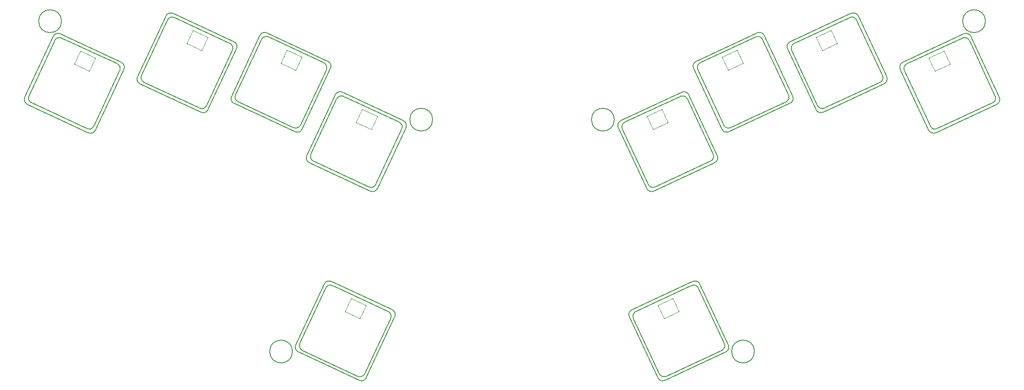
<source format=gbr>
%TF.GenerationSoftware,KiCad,Pcbnew,7.0.5*%
%TF.CreationDate,2023-06-04T15:55:19-04:00*%
%TF.ProjectId,epsilon-kb,65707369-6c6f-46e2-9d6b-622e6b696361,rev?*%
%TF.SameCoordinates,Original*%
%TF.FileFunction,Other,Comment*%
%FSLAX46Y46*%
G04 Gerber Fmt 4.6, Leading zero omitted, Abs format (unit mm)*
G04 Created by KiCad (PCBNEW 7.0.5) date 2023-06-04 15:55:19*
%MOMM*%
%LPD*%
G01*
G04 APERTURE LIST*
%ADD10C,0.150000*%
%ADD11C,0.120000*%
G04 APERTURE END LIST*
D10*
%TO.C,REF\u002A\u002A*%
X134700000Y-81250000D02*
G75*
G03*
X134700000Y-81250000I-2200000J0D01*
G01*
%TO.C,SW5*%
X183760076Y-77236718D02*
X188746971Y-87931150D01*
X184050290Y-76439362D02*
X189544327Y-88221364D01*
X188263282Y-89260076D02*
X177568850Y-94246971D01*
X175949710Y-94560638D02*
X170455673Y-82778636D01*
X170939362Y-81449710D02*
X182721364Y-75955673D01*
X171736718Y-81739924D02*
X182431150Y-76753029D01*
X176239924Y-93763282D02*
X171253029Y-83068850D01*
X189060638Y-89550290D02*
X177278636Y-95044327D01*
X170939362Y-81449710D02*
G75*
G03*
X170455673Y-82778636I422619J-906308D01*
G01*
X184050288Y-76439363D02*
G75*
G03*
X182721364Y-75955673I-906306J-422616D01*
G01*
X189060637Y-89550288D02*
G75*
G03*
X189544327Y-88221364I-422616J906306D01*
G01*
X171736718Y-81739925D02*
G75*
G03*
X171253029Y-83068850I422618J-906307D01*
G01*
X188263282Y-89260075D02*
G75*
G03*
X188746970Y-87931150I-422617J906306D01*
G01*
X175949710Y-94560638D02*
G75*
G03*
X177278636Y-95044327I906308J422619D01*
G01*
X176239925Y-93763282D02*
G75*
G03*
X177568850Y-94246971I906307J422618D01*
G01*
X183760075Y-77236718D02*
G75*
G03*
X182431150Y-76753030I-906306J-422617D01*
G01*
%TO.C,REF\u002A\u002A*%
X196700000Y-126000000D02*
G75*
G03*
X196700000Y-126000000I-2200000J0D01*
G01*
%TO.C,SW2*%
X90094284Y-79830070D02*
X78312282Y-74336033D01*
X84941770Y-61538772D02*
X95636202Y-66525667D01*
X89804070Y-79032714D02*
X79109638Y-74045819D01*
X78625949Y-72716893D02*
X83612844Y-62022461D01*
X84651556Y-60741416D02*
X96433558Y-66235453D01*
X96917247Y-67564379D02*
X91423210Y-79346381D01*
X96119891Y-67854593D02*
X91132996Y-78549025D01*
X77828593Y-73007107D02*
X83322630Y-61225105D01*
X90094284Y-79830071D02*
G75*
G03*
X91423209Y-79346381I422618J906307D01*
G01*
X78625948Y-72716893D02*
G75*
G03*
X79109638Y-74045819I906308J-422618D01*
G01*
X96119890Y-67854593D02*
G75*
G03*
X95636202Y-66525668I-906305J422619D01*
G01*
X84651556Y-60741416D02*
G75*
G03*
X83322630Y-61225105I-422618J-906308D01*
G01*
X77828593Y-73007107D02*
G75*
G03*
X78312282Y-74336033I906308J-422618D01*
G01*
X84941770Y-61538771D02*
G75*
G03*
X83612844Y-62022461I-422618J-906308D01*
G01*
X96917248Y-67564379D02*
G75*
G03*
X96433558Y-66235454I-906307J422618D01*
G01*
X89804070Y-79032713D02*
G75*
G03*
X91132995Y-78549025I422619J906305D01*
G01*
%TO.C,REF\u002A\u002A*%
X107700000Y-126000000D02*
G75*
G03*
X107700000Y-126000000I-2200000J0D01*
G01*
%TO.C,SW4*%
X129544327Y-82778636D02*
X124050290Y-94560638D01*
X128746971Y-83068850D02*
X123760076Y-93763282D01*
X117568850Y-76753029D02*
X128263282Y-81739924D01*
X122431150Y-94246971D02*
X111736718Y-89260076D01*
X122721364Y-95044327D02*
X110939362Y-89550290D01*
X117278636Y-75955673D02*
X129060638Y-81449710D01*
X110455673Y-88221364D02*
X115949710Y-76439362D01*
X111253029Y-87931150D02*
X116239924Y-77236718D01*
X111253028Y-87931150D02*
G75*
G03*
X111736718Y-89260076I906308J-422618D01*
G01*
X128746970Y-83068850D02*
G75*
G03*
X128263282Y-81739925I-906305J422619D01*
G01*
X129544328Y-82778636D02*
G75*
G03*
X129060638Y-81449711I-906307J422618D01*
G01*
X117278636Y-75955673D02*
G75*
G03*
X115949710Y-76439362I-422618J-906308D01*
G01*
X122721364Y-95044328D02*
G75*
G03*
X124050289Y-94560638I422618J906307D01*
G01*
X122431150Y-94246970D02*
G75*
G03*
X123760075Y-93763282I422619J906305D01*
G01*
X117568850Y-76753028D02*
G75*
G03*
X116239924Y-77236718I-422618J-906308D01*
G01*
X110455673Y-88221364D02*
G75*
G03*
X110939362Y-89550290I906308J-422618D01*
G01*
%TO.C,SW10*%
X186184156Y-112959174D02*
X191678193Y-124741176D01*
X185893942Y-113756530D02*
X190880837Y-124450962D01*
X173073228Y-117969522D02*
X184855230Y-112475485D01*
X178083576Y-131080450D02*
X172589539Y-119298448D01*
X178373790Y-130283094D02*
X173386895Y-119588662D01*
X190397148Y-125779888D02*
X179702716Y-130766783D01*
X173870584Y-118259736D02*
X184565016Y-113272841D01*
X191194504Y-126070102D02*
X179412502Y-131564139D01*
X191194503Y-126070100D02*
G75*
G03*
X191678193Y-124741176I-422616J906306D01*
G01*
X178083576Y-131080450D02*
G75*
G03*
X179412502Y-131564139I906308J422619D01*
G01*
X178373791Y-130283094D02*
G75*
G03*
X179702716Y-130766783I906307J422618D01*
G01*
X173870584Y-118259737D02*
G75*
G03*
X173386895Y-119588662I422618J-906307D01*
G01*
X173073228Y-117969522D02*
G75*
G03*
X172589539Y-119298448I422619J-906308D01*
G01*
X190397148Y-125779887D02*
G75*
G03*
X190880836Y-124450962I-422617J906306D01*
G01*
X185893941Y-113756530D02*
G75*
G03*
X184565016Y-113272842I-906306J-422617D01*
G01*
X186184154Y-112959175D02*
G75*
G03*
X184855230Y-112475485I-906306J-422616D01*
G01*
%TO.C,REF\u002A\u002A*%
X169700000Y-81250000D02*
G75*
G03*
X169700000Y-81250000I-2200000J0D01*
G01*
%TO.C,SW7*%
X208867005Y-78549025D02*
X203880110Y-67854593D01*
X203566443Y-66235453D02*
X215348445Y-60741416D01*
X221687719Y-74336033D02*
X209905717Y-79830070D01*
X208576791Y-79346381D02*
X203082754Y-67564379D01*
X204363799Y-66525667D02*
X215058231Y-61538772D01*
X216387157Y-62022461D02*
X221374052Y-72716893D01*
X216677371Y-61225105D02*
X222171408Y-73007107D01*
X220890363Y-74045819D02*
X210195931Y-79032714D01*
X216387156Y-62022461D02*
G75*
G03*
X215058231Y-61538773I-906306J-422617D01*
G01*
X216677369Y-61225106D02*
G75*
G03*
X215348445Y-60741416I-906306J-422616D01*
G01*
X221687718Y-74336031D02*
G75*
G03*
X222171408Y-73007107I-422616J906306D01*
G01*
X208576791Y-79346381D02*
G75*
G03*
X209905717Y-79830070I906308J422619D01*
G01*
X204363799Y-66525668D02*
G75*
G03*
X203880110Y-67854593I422618J-906307D01*
G01*
X208867006Y-78549025D02*
G75*
G03*
X210195931Y-79032714I906307J422618D01*
G01*
X220890363Y-74045818D02*
G75*
G03*
X221374051Y-72716893I-422617J906306D01*
G01*
X203566443Y-66235453D02*
G75*
G03*
X203082754Y-67564379I422619J-906308D01*
G01*
%TO.C,REF\u002A\u002A*%
X241200000Y-62250000D02*
G75*
G03*
X241200000Y-62250000I-2200000J0D01*
G01*
%TO.C,SW8*%
X230568928Y-82497320D02*
X225582033Y-71802888D01*
X242592286Y-77994114D02*
X231897854Y-82981009D01*
X225268366Y-70183748D02*
X237050368Y-64689711D01*
X238379294Y-65173400D02*
X243873331Y-76955402D01*
X226065722Y-70473962D02*
X236760154Y-65487067D01*
X230278714Y-83294676D02*
X224784677Y-71512674D01*
X243389642Y-78284328D02*
X231607640Y-83778365D01*
X238089080Y-65970756D02*
X243075975Y-76665188D01*
X230278714Y-83294676D02*
G75*
G03*
X231607640Y-83778365I906308J422619D01*
G01*
X225268366Y-70183748D02*
G75*
G03*
X224784677Y-71512674I422619J-906308D01*
G01*
X243389641Y-78284326D02*
G75*
G03*
X243873331Y-76955402I-422616J906306D01*
G01*
X238089079Y-65970756D02*
G75*
G03*
X236760154Y-65487068I-906306J-422617D01*
G01*
X230568929Y-82497320D02*
G75*
G03*
X231897854Y-82981009I906307J422618D01*
G01*
X242592286Y-77994113D02*
G75*
G03*
X243075974Y-76665188I-422617J906306D01*
G01*
X226065722Y-70473963D02*
G75*
G03*
X225582033Y-71802888I422618J-906307D01*
G01*
X238379292Y-65173401D02*
G75*
G03*
X237050368Y-64689711I-906306J-422616D01*
G01*
%TO.C,REF\u002A\u002A*%
X63200000Y-62250000D02*
G75*
G03*
X63200000Y-62250000I-2200000J0D01*
G01*
%TO.C,SW3*%
X102761224Y-64496736D02*
X114543226Y-69990773D01*
X107913738Y-82788034D02*
X97219306Y-77801139D01*
X114229559Y-71609913D02*
X109242664Y-82304345D01*
X96735617Y-76472213D02*
X101722512Y-65777781D01*
X95938261Y-76762427D02*
X101432298Y-64980425D01*
X108203952Y-83585390D02*
X96421950Y-78091353D01*
X103051438Y-65294092D02*
X113745870Y-70280987D01*
X115026915Y-71319699D02*
X109532878Y-83101701D01*
X114229558Y-71609913D02*
G75*
G03*
X113745870Y-70280988I-906305J422619D01*
G01*
X95938261Y-76762427D02*
G75*
G03*
X96421950Y-78091353I906308J-422618D01*
G01*
X102761224Y-64496736D02*
G75*
G03*
X101432298Y-64980425I-422618J-906308D01*
G01*
X115026916Y-71319699D02*
G75*
G03*
X114543226Y-69990774I-906307J422618D01*
G01*
X108203952Y-83585391D02*
G75*
G03*
X109532877Y-83101701I422618J906307D01*
G01*
X107913738Y-82788033D02*
G75*
G03*
X109242663Y-82304345I422619J906305D01*
G01*
X96735616Y-76472213D02*
G75*
G03*
X97219306Y-77801139I906308J-422618D01*
G01*
X103051438Y-65294091D02*
G75*
G03*
X101722512Y-65777781I-422618J-906308D01*
G01*
%TO.C,SW1*%
X56924026Y-76665188D02*
X61910921Y-65970756D01*
X68102147Y-82981009D02*
X57407715Y-77994114D01*
X63239847Y-65487067D02*
X73934279Y-70473962D01*
X75215324Y-71512674D02*
X69721287Y-83294676D01*
X56126670Y-76955402D02*
X61620707Y-65173400D01*
X68392361Y-83778365D02*
X56610359Y-78284328D01*
X62949633Y-64689711D02*
X74731635Y-70183748D01*
X74417968Y-71802888D02*
X69431073Y-82497320D01*
X62949633Y-64689711D02*
G75*
G03*
X61620707Y-65173400I-422618J-906308D01*
G01*
X56126670Y-76955402D02*
G75*
G03*
X56610359Y-78284328I906308J-422618D01*
G01*
X56924025Y-76665188D02*
G75*
G03*
X57407715Y-77994114I906308J-422618D01*
G01*
X68392361Y-83778366D02*
G75*
G03*
X69721286Y-83294676I422618J906307D01*
G01*
X68102147Y-82981008D02*
G75*
G03*
X69431072Y-82497320I422619J906305D01*
G01*
X63239847Y-65487066D02*
G75*
G03*
X61910921Y-65970756I-422618J-906308D01*
G01*
X75215325Y-71512674D02*
G75*
G03*
X74731635Y-70183749I-906307J422618D01*
G01*
X74417967Y-71802888D02*
G75*
G03*
X73934279Y-70473963I-906305J422619D01*
G01*
%TO.C,SW9*%
X120297285Y-130766782D02*
X109602853Y-125779887D01*
X127410462Y-119298447D02*
X121916425Y-131080449D01*
X115144771Y-112475484D02*
X126926773Y-117969521D01*
X126613106Y-119588661D02*
X121626211Y-130283093D01*
X120587499Y-131564138D02*
X108805497Y-126070101D01*
X108321808Y-124741175D02*
X113815845Y-112959173D01*
X115434985Y-113272840D02*
X126129417Y-118259735D01*
X109119164Y-124450961D02*
X114106059Y-113756529D01*
X109119163Y-124450961D02*
G75*
G03*
X109602853Y-125779887I906308J-422618D01*
G01*
X120297285Y-130766781D02*
G75*
G03*
X121626210Y-130283093I422619J906305D01*
G01*
X120587499Y-131564139D02*
G75*
G03*
X121916424Y-131080449I422618J906307D01*
G01*
X115144771Y-112475484D02*
G75*
G03*
X113815845Y-112959173I-422618J-906308D01*
G01*
X127410463Y-119298447D02*
G75*
G03*
X126926773Y-117969522I-906307J422618D01*
G01*
X115434985Y-113272839D02*
G75*
G03*
X114106059Y-113756529I-422618J-906308D01*
G01*
X126613105Y-119588661D02*
G75*
G03*
X126129417Y-118259736I-906305J422619D01*
G01*
X108321808Y-124741175D02*
G75*
G03*
X108805497Y-126070101I906308J-422618D01*
G01*
%TO.C,SW6*%
X190757337Y-82304345D02*
X185770442Y-71609913D01*
X203578051Y-78091353D02*
X191796049Y-83585390D01*
X186254131Y-70280987D02*
X196948563Y-65294092D01*
X185456775Y-69990773D02*
X197238777Y-64496736D01*
X202780695Y-77801139D02*
X192086263Y-82788034D01*
X190467123Y-83101701D02*
X184973086Y-71319699D01*
X198567703Y-64980425D02*
X204061740Y-76762427D01*
X198277489Y-65777781D02*
X203264384Y-76472213D01*
X190757338Y-82304345D02*
G75*
G03*
X192086263Y-82788034I906307J422618D01*
G01*
X190467123Y-83101701D02*
G75*
G03*
X191796049Y-83585390I906308J422619D01*
G01*
X203578050Y-78091351D02*
G75*
G03*
X204061740Y-76762427I-422616J906306D01*
G01*
X198277488Y-65777781D02*
G75*
G03*
X196948563Y-65294093I-906306J-422617D01*
G01*
X198567701Y-64980426D02*
G75*
G03*
X197238777Y-64496736I-906306J-422616D01*
G01*
X202780695Y-77801138D02*
G75*
G03*
X203264383Y-76472213I-422617J906306D01*
G01*
X186254131Y-70280988D02*
G75*
G03*
X185770442Y-71609913I422618J-906307D01*
G01*
X185456775Y-69990773D02*
G75*
G03*
X184973086Y-71319699I422619J-906308D01*
G01*
D11*
%TO.C,D10*%
X180984856Y-115769830D02*
X178084671Y-117122208D01*
X182168187Y-118307492D02*
X180984856Y-115769830D01*
X178084671Y-117122208D02*
X179268002Y-119659870D01*
X179268002Y-119659870D02*
X182168187Y-118307492D01*
%TO.C,D6*%
X193368403Y-67791081D02*
X190468218Y-69143459D01*
X191651549Y-71681121D02*
X194551734Y-70328743D01*
X194551734Y-70328743D02*
X193368403Y-67791081D01*
X190468218Y-69143459D02*
X191651549Y-71681121D01*
%TO.C,D3*%
X109531783Y-69143459D02*
X106631598Y-67791081D01*
X105448267Y-70328743D02*
X108348452Y-71681121D01*
X106631598Y-67791081D02*
X105448267Y-70328743D01*
X108348452Y-71681121D02*
X109531783Y-69143459D01*
%TO.C,D9*%
X117831813Y-118307491D02*
X120731998Y-119659869D01*
X119015144Y-115769829D02*
X117831813Y-118307491D01*
X120731998Y-119659869D02*
X121915329Y-117122207D01*
X121915329Y-117122207D02*
X119015144Y-115769829D01*
%TO.C,D4*%
X119965679Y-81787680D02*
X122865864Y-83140058D01*
X122865864Y-83140058D02*
X124049195Y-80602396D01*
X121149010Y-79250018D02*
X119965679Y-81787680D01*
X124049195Y-80602396D02*
X121149010Y-79250018D01*
%TO.C,D7*%
X211478071Y-64035761D02*
X208577886Y-65388139D01*
X208577886Y-65388139D02*
X209761217Y-67925801D01*
X212661402Y-66573423D02*
X211478071Y-64035761D01*
X209761217Y-67925801D02*
X212661402Y-66573423D01*
%TO.C,D1*%
X65636673Y-70521718D02*
X68536858Y-71874096D01*
X69720189Y-69336434D02*
X66820004Y-67984056D01*
X68536858Y-71874096D02*
X69720189Y-69336434D01*
X66820004Y-67984056D02*
X65636673Y-70521718D01*
%TO.C,D5*%
X175950805Y-80602396D02*
X177134136Y-83140058D01*
X178850990Y-79250018D02*
X175950805Y-80602396D01*
X177134136Y-83140058D02*
X180034321Y-81787680D01*
X180034321Y-81787680D02*
X178850990Y-79250018D01*
%TO.C,D8*%
X234363325Y-70521718D02*
X233179994Y-67984056D01*
X230279809Y-69336434D02*
X231463140Y-71874096D01*
X231463140Y-71874096D02*
X234363325Y-70521718D01*
X233179994Y-67984056D02*
X230279809Y-69336434D01*
%TO.C,D2*%
X88521930Y-64035760D02*
X87338599Y-66573422D01*
X90238784Y-67925800D02*
X91422115Y-65388138D01*
X87338599Y-66573422D02*
X90238784Y-67925800D01*
X91422115Y-65388138D02*
X88521930Y-64035760D01*
%TD*%
M02*

</source>
